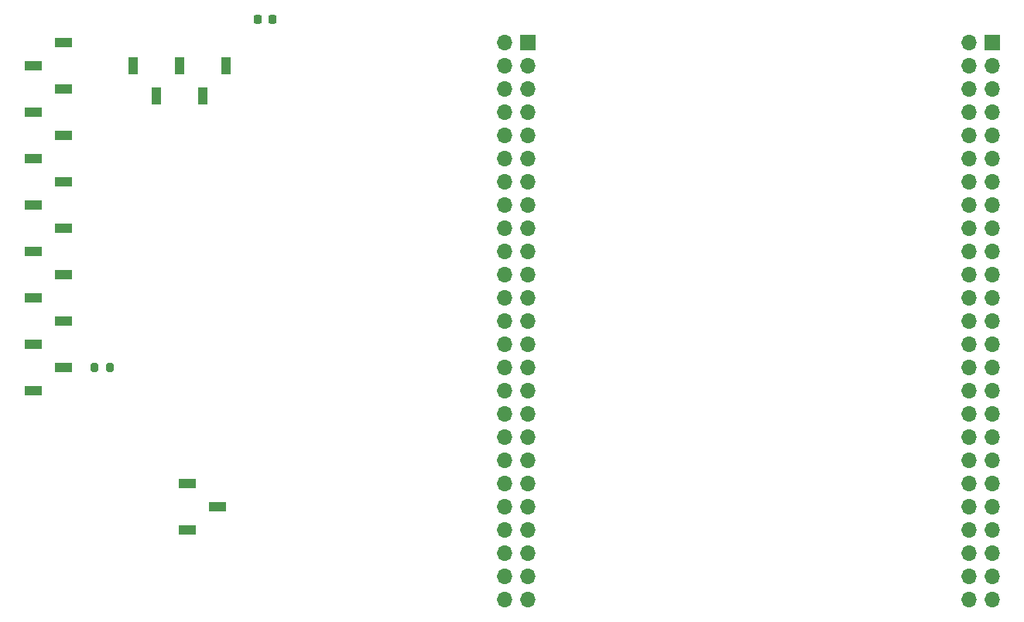
<source format=gbr>
%TF.GenerationSoftware,KiCad,Pcbnew,7.0.1*%
%TF.CreationDate,2023-05-30T20:42:55-06:00*%
%TF.ProjectId,Phase_D_STM_Shield,50686173-655f-4445-9f53-544d5f536869,rev?*%
%TF.SameCoordinates,Original*%
%TF.FileFunction,Soldermask,Top*%
%TF.FilePolarity,Negative*%
%FSLAX46Y46*%
G04 Gerber Fmt 4.6, Leading zero omitted, Abs format (unit mm)*
G04 Created by KiCad (PCBNEW 7.0.1) date 2023-05-30 20:42:55*
%MOMM*%
%LPD*%
G01*
G04 APERTURE LIST*
G04 Aperture macros list*
%AMRoundRect*
0 Rectangle with rounded corners*
0 $1 Rounding radius*
0 $2 $3 $4 $5 $6 $7 $8 $9 X,Y pos of 4 corners*
0 Add a 4 corners polygon primitive as box body*
4,1,4,$2,$3,$4,$5,$6,$7,$8,$9,$2,$3,0*
0 Add four circle primitives for the rounded corners*
1,1,$1+$1,$2,$3*
1,1,$1+$1,$4,$5*
1,1,$1+$1,$6,$7*
1,1,$1+$1,$8,$9*
0 Add four rect primitives between the rounded corners*
20,1,$1+$1,$2,$3,$4,$5,0*
20,1,$1+$1,$4,$5,$6,$7,0*
20,1,$1+$1,$6,$7,$8,$9,0*
20,1,$1+$1,$8,$9,$2,$3,0*%
G04 Aperture macros list end*
%ADD10R,1.000000X1.900000*%
%ADD11R,1.700000X1.700000*%
%ADD12O,1.700000X1.700000*%
%ADD13R,1.900000X1.000000*%
%ADD14RoundRect,0.225000X-0.225000X-0.250000X0.225000X-0.250000X0.225000X0.250000X-0.225000X0.250000X0*%
%ADD15RoundRect,0.200000X-0.200000X-0.275000X0.200000X-0.275000X0.200000X0.275000X-0.200000X0.275000X0*%
G04 APERTURE END LIST*
D10*
%TO.C,RV1*%
X127000000Y-45720000D03*
X124460000Y-49020000D03*
X121920000Y-45720000D03*
X119380000Y-49020000D03*
X116840000Y-45720000D03*
%TD*%
D11*
%TO.C,J2*%
X210810000Y-43200000D03*
D12*
X208270000Y-43200000D03*
X210810000Y-45740000D03*
X208270000Y-45740000D03*
X210810000Y-48280000D03*
X208270000Y-48280000D03*
X210810000Y-50820000D03*
X208270000Y-50820000D03*
X210810000Y-53360000D03*
X208270000Y-53360000D03*
X210810000Y-55900000D03*
X208270000Y-55900000D03*
X210810000Y-58440000D03*
X208270000Y-58440000D03*
X210810000Y-60980000D03*
X208270000Y-60980000D03*
X210810000Y-63520000D03*
X208270000Y-63520000D03*
X210810000Y-66060000D03*
X208270000Y-66060000D03*
X210810000Y-68600000D03*
X208270000Y-68600000D03*
X210810000Y-71140000D03*
X208270000Y-71140000D03*
X210810000Y-73680000D03*
X208270000Y-73680000D03*
X210810000Y-76220000D03*
X208270000Y-76220000D03*
X210810000Y-78760000D03*
X208270000Y-78760000D03*
X210810000Y-81300000D03*
X208270000Y-81300000D03*
X210810000Y-83840000D03*
X208270000Y-83840000D03*
X210810000Y-86380000D03*
X208270000Y-86380000D03*
X210810000Y-88920000D03*
X208270000Y-88920000D03*
X210810000Y-91460000D03*
X208270000Y-91460000D03*
X210810000Y-94000000D03*
X208270000Y-94000000D03*
X210810000Y-96540000D03*
X208270000Y-96540000D03*
X210810000Y-99080000D03*
X208270000Y-99080000D03*
X210810000Y-101620000D03*
X208270000Y-101620000D03*
X210810000Y-104160000D03*
X208270000Y-104160000D03*
%TD*%
D11*
%TO.C,J1*%
X160020000Y-43180000D03*
D12*
X157480000Y-43180000D03*
X160020000Y-45720000D03*
X157480000Y-45720000D03*
X160020000Y-48260000D03*
X157480000Y-48260000D03*
X160020000Y-50800000D03*
X157480000Y-50800000D03*
X160020000Y-53340000D03*
X157480000Y-53340000D03*
X160020000Y-55880000D03*
X157480000Y-55880000D03*
X160020000Y-58420000D03*
X157480000Y-58420000D03*
X160020000Y-60960000D03*
X157480000Y-60960000D03*
X160020000Y-63500000D03*
X157480000Y-63500000D03*
X160020000Y-66040000D03*
X157480000Y-66040000D03*
X160020000Y-68580000D03*
X157480000Y-68580000D03*
X160020000Y-71120000D03*
X157480000Y-71120000D03*
X160020000Y-73660000D03*
X157480000Y-73660000D03*
X160020000Y-76200000D03*
X157480000Y-76200000D03*
X160020000Y-78740000D03*
X157480000Y-78740000D03*
X160020000Y-81280000D03*
X157480000Y-81280000D03*
X160020000Y-83820000D03*
X157480000Y-83820000D03*
X160020000Y-86360000D03*
X157480000Y-86360000D03*
X160020000Y-88900000D03*
X157480000Y-88900000D03*
X160020000Y-91440000D03*
X157480000Y-91440000D03*
X160020000Y-93980000D03*
X157480000Y-93980000D03*
X160020000Y-96520000D03*
X157480000Y-96520000D03*
X160020000Y-99060000D03*
X157480000Y-99060000D03*
X160020000Y-101600000D03*
X157480000Y-101600000D03*
X160020000Y-104140000D03*
X157480000Y-104140000D03*
%TD*%
D13*
%TO.C,U2*%
X126110000Y-93980000D03*
X122810000Y-91440000D03*
X122810000Y-96520000D03*
%TD*%
D14*
%TO.C,C1*%
X130530000Y-40640000D03*
X132080000Y-40640000D03*
%TD*%
D15*
%TO.C,R1*%
X112650000Y-78740000D03*
X114300000Y-78740000D03*
%TD*%
D13*
%TO.C,U1*%
X109220000Y-43180000D03*
X105920000Y-45720000D03*
X109220000Y-48260000D03*
X105920000Y-50800000D03*
X109220000Y-53340000D03*
X105920000Y-55880000D03*
X109220000Y-58420000D03*
X105920000Y-60960000D03*
X109220000Y-63500000D03*
X105920000Y-66040000D03*
X109220000Y-68580000D03*
X105920000Y-71120000D03*
X109220000Y-73660000D03*
X105920000Y-76200000D03*
X109220000Y-78740000D03*
X105920000Y-81280000D03*
%TD*%
M02*

</source>
